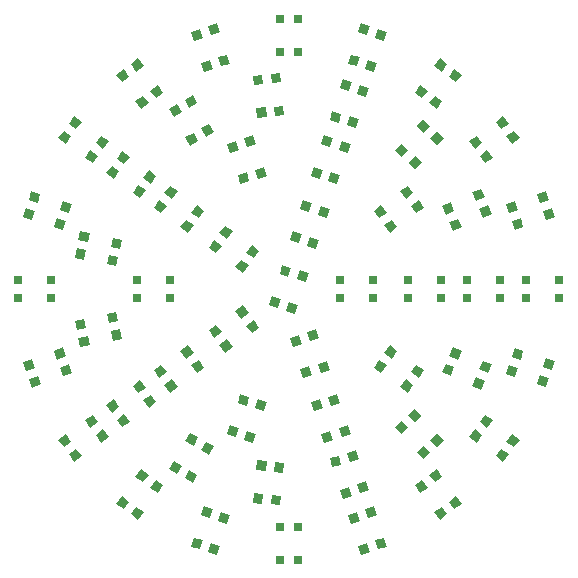
<source format=gts>
G04 (created by PCBNEW (2013-jul-07)-stable) date tis  3 feb 2015 18:16:58*
%MOIN*%
G04 Gerber Fmt 3.4, Leading zero omitted, Abs format*
%FSLAX34Y34*%
G01*
G70*
G90*
G04 APERTURE LIST*
%ADD10C,0.00590551*%
%ADD11R,0.0314961X0.0314961*%
G04 APERTURE END LIST*
G54D10*
G36*
X77124Y-55563D02*
X77027Y-55263D01*
X77326Y-55166D01*
X77424Y-55466D01*
X77124Y-55563D01*
X77124Y-55563D01*
G37*
G36*
X77695Y-55378D02*
X77597Y-55078D01*
X77897Y-54981D01*
X77994Y-55280D01*
X77695Y-55378D01*
X77695Y-55378D01*
G37*
G36*
X77355Y-54331D02*
X77257Y-54032D01*
X77557Y-53934D01*
X77654Y-54234D01*
X77355Y-54331D01*
X77355Y-54331D01*
G37*
G36*
X76784Y-54517D02*
X76687Y-54217D01*
X76986Y-54120D01*
X77084Y-54419D01*
X76784Y-54517D01*
X76784Y-54517D01*
G37*
G36*
X73788Y-56022D02*
X73533Y-55837D01*
X73718Y-55583D01*
X73973Y-55768D01*
X73788Y-56022D01*
X73788Y-56022D01*
G37*
G36*
X74140Y-55537D02*
X73885Y-55352D01*
X74071Y-55097D01*
X74325Y-55282D01*
X74140Y-55537D01*
X74140Y-55537D01*
G37*
G36*
X73250Y-54890D02*
X72996Y-54705D01*
X73181Y-54451D01*
X73435Y-54636D01*
X73250Y-54890D01*
X73250Y-54890D01*
G37*
G36*
X72898Y-55376D02*
X72643Y-55191D01*
X72828Y-54936D01*
X73083Y-55121D01*
X72898Y-55376D01*
X72898Y-55376D01*
G37*
G36*
X72983Y-58298D02*
X72675Y-58233D01*
X72740Y-57925D01*
X73048Y-57990D01*
X72983Y-58298D01*
X72983Y-58298D01*
G37*
G36*
X73107Y-57712D02*
X72799Y-57646D01*
X72865Y-57338D01*
X73173Y-57403D01*
X73107Y-57712D01*
X73107Y-57712D01*
G37*
G36*
X72031Y-57483D02*
X71723Y-57417D01*
X71789Y-57109D01*
X72097Y-57175D01*
X72031Y-57483D01*
X72031Y-57483D01*
G37*
G36*
X71907Y-58070D02*
X71599Y-58004D01*
X71664Y-57696D01*
X71972Y-57762D01*
X71907Y-58070D01*
X71907Y-58070D01*
G37*
G36*
X73173Y-60706D02*
X72865Y-60771D01*
X72799Y-60463D01*
X73107Y-60398D01*
X73173Y-60706D01*
X73173Y-60706D01*
G37*
G36*
X73048Y-60119D02*
X72740Y-60184D01*
X72675Y-59876D01*
X72983Y-59811D01*
X73048Y-60119D01*
X73048Y-60119D01*
G37*
G36*
X71972Y-60348D02*
X71664Y-60413D01*
X71599Y-60105D01*
X71907Y-60040D01*
X71972Y-60348D01*
X71972Y-60348D01*
G37*
G36*
X72097Y-60934D02*
X71789Y-61000D01*
X71723Y-60692D01*
X72031Y-60626D01*
X72097Y-60934D01*
X72097Y-60934D01*
G37*
G36*
X74325Y-62827D02*
X74071Y-63012D01*
X73885Y-62757D01*
X74140Y-62572D01*
X74325Y-62827D01*
X74325Y-62827D01*
G37*
G36*
X73973Y-62342D02*
X73718Y-62527D01*
X73533Y-62272D01*
X73788Y-62087D01*
X73973Y-62342D01*
X73973Y-62342D01*
G37*
G36*
X73083Y-62988D02*
X72828Y-63173D01*
X72643Y-62918D01*
X72898Y-62733D01*
X73083Y-62988D01*
X73083Y-62988D01*
G37*
G36*
X73435Y-63474D02*
X73181Y-63659D01*
X72996Y-63404D01*
X73250Y-63219D01*
X73435Y-63474D01*
X73435Y-63474D01*
G37*
G36*
X76242Y-64296D02*
X76084Y-64569D01*
X75811Y-64412D01*
X75969Y-64139D01*
X76242Y-64296D01*
X76242Y-64296D01*
G37*
G36*
X75722Y-63996D02*
X75564Y-64269D01*
X75292Y-64112D01*
X75449Y-63839D01*
X75722Y-63996D01*
X75722Y-63996D01*
G37*
G36*
X75172Y-64949D02*
X75014Y-65222D01*
X74742Y-65064D01*
X74899Y-64791D01*
X75172Y-64949D01*
X75172Y-64949D01*
G37*
G36*
X75692Y-65249D02*
X75534Y-65522D01*
X75261Y-65364D01*
X75419Y-65091D01*
X75692Y-65249D01*
X75692Y-65249D01*
G37*
G36*
X78589Y-64859D02*
X78557Y-65173D01*
X78243Y-65140D01*
X78276Y-64827D01*
X78589Y-64859D01*
X78589Y-64859D01*
G37*
G36*
X77993Y-64797D02*
X77960Y-65110D01*
X77647Y-65077D01*
X77680Y-64764D01*
X77993Y-64797D01*
X77993Y-64797D01*
G37*
G36*
X77878Y-65891D02*
X77845Y-66204D01*
X77532Y-66171D01*
X77565Y-65858D01*
X77878Y-65891D01*
X77878Y-65891D01*
G37*
G36*
X78474Y-65953D02*
X78442Y-66267D01*
X78128Y-66234D01*
X78161Y-65921D01*
X78474Y-65953D01*
X78474Y-65953D01*
G37*
G36*
X80964Y-64418D02*
X81061Y-64718D01*
X80761Y-64815D01*
X80664Y-64516D01*
X80964Y-64418D01*
X80964Y-64418D01*
G37*
G36*
X80393Y-64604D02*
X80490Y-64903D01*
X80191Y-65001D01*
X80093Y-64701D01*
X80393Y-64604D01*
X80393Y-64604D01*
G37*
G36*
X80733Y-65650D02*
X80830Y-65949D01*
X80531Y-66047D01*
X80433Y-65747D01*
X80733Y-65650D01*
X80733Y-65650D01*
G37*
G36*
X81304Y-65465D02*
X81401Y-65764D01*
X81101Y-65861D01*
X81004Y-65562D01*
X81304Y-65465D01*
X81304Y-65465D01*
G37*
G36*
X82953Y-63050D02*
X83164Y-63284D01*
X82930Y-63495D01*
X82719Y-63261D01*
X82953Y-63050D01*
X82953Y-63050D01*
G37*
G36*
X82507Y-63452D02*
X82718Y-63686D01*
X82484Y-63897D01*
X82273Y-63663D01*
X82507Y-63452D01*
X82507Y-63452D01*
G37*
G36*
X83243Y-64269D02*
X83454Y-64503D01*
X83220Y-64714D01*
X83009Y-64480D01*
X83243Y-64269D01*
X83243Y-64269D01*
G37*
G36*
X83689Y-63868D02*
X83900Y-64102D01*
X83666Y-64313D01*
X83455Y-64079D01*
X83689Y-63868D01*
X83689Y-63868D01*
G37*
G36*
X84214Y-60991D02*
X84502Y-61119D01*
X84374Y-61407D01*
X84086Y-61279D01*
X84214Y-60991D01*
X84214Y-60991D01*
G37*
G36*
X83970Y-61539D02*
X84258Y-61667D01*
X84130Y-61955D01*
X83842Y-61827D01*
X83970Y-61539D01*
X83970Y-61539D01*
G37*
G36*
X84975Y-61987D02*
X85263Y-62115D01*
X85135Y-62402D01*
X84847Y-62274D01*
X84975Y-61987D01*
X84975Y-61987D01*
G37*
G36*
X85219Y-61438D02*
X85507Y-61567D01*
X85379Y-61854D01*
X85091Y-61726D01*
X85219Y-61438D01*
X85219Y-61438D01*
G37*
G54D11*
X82717Y-58755D03*
X82717Y-59355D03*
X83817Y-59355D03*
X83817Y-58755D03*
G54D10*
G36*
X81561Y-56439D02*
X81816Y-56254D01*
X82001Y-56509D01*
X81747Y-56694D01*
X81561Y-56439D01*
X81561Y-56439D01*
G37*
G36*
X81914Y-56924D02*
X82169Y-56739D01*
X82354Y-56994D01*
X82099Y-57179D01*
X81914Y-56924D01*
X81914Y-56924D01*
G37*
G36*
X82804Y-56278D02*
X83059Y-56093D01*
X83244Y-56347D01*
X82989Y-56533D01*
X82804Y-56278D01*
X82804Y-56278D01*
G37*
G36*
X82451Y-55792D02*
X82706Y-55607D01*
X82891Y-55862D01*
X82636Y-56047D01*
X82451Y-55792D01*
X82451Y-55792D01*
G37*
G36*
X79485Y-55280D02*
X79582Y-54981D01*
X79882Y-55078D01*
X79785Y-55378D01*
X79485Y-55280D01*
X79485Y-55280D01*
G37*
G36*
X80056Y-55466D02*
X80153Y-55166D01*
X80453Y-55263D01*
X80355Y-55563D01*
X80056Y-55466D01*
X80056Y-55466D01*
G37*
G36*
X80396Y-54419D02*
X80493Y-54120D01*
X80793Y-54217D01*
X80695Y-54517D01*
X80396Y-54419D01*
X80396Y-54419D01*
G37*
G36*
X79825Y-54234D02*
X79922Y-53934D01*
X80222Y-54032D01*
X80125Y-54331D01*
X79825Y-54234D01*
X79825Y-54234D01*
G37*
G36*
X75449Y-54270D02*
X75292Y-53998D01*
X75564Y-53840D01*
X75722Y-54113D01*
X75449Y-54270D01*
X75449Y-54270D01*
G37*
G36*
X75969Y-53970D02*
X75811Y-53698D01*
X76084Y-53540D01*
X76242Y-53813D01*
X75969Y-53970D01*
X75969Y-53970D01*
G37*
G36*
X75419Y-53018D02*
X75261Y-52745D01*
X75534Y-52588D01*
X75692Y-52860D01*
X75419Y-53018D01*
X75419Y-53018D01*
G37*
G36*
X74899Y-53318D02*
X74742Y-53045D01*
X75014Y-52888D01*
X75172Y-53160D01*
X74899Y-53318D01*
X74899Y-53318D01*
G37*
G36*
X75380Y-57179D02*
X75125Y-56994D01*
X75310Y-56739D01*
X75565Y-56924D01*
X75380Y-57179D01*
X75380Y-57179D01*
G37*
G36*
X75733Y-56694D02*
X75478Y-56509D01*
X75663Y-56254D01*
X75918Y-56439D01*
X75733Y-56694D01*
X75733Y-56694D01*
G37*
G36*
X74843Y-56047D02*
X74588Y-55862D01*
X74773Y-55607D01*
X75028Y-55792D01*
X74843Y-56047D01*
X74843Y-56047D01*
G37*
G36*
X74490Y-56533D02*
X74235Y-56347D01*
X74421Y-56093D01*
X74675Y-56278D01*
X74490Y-56533D01*
X74490Y-56533D01*
G37*
G54D11*
X74762Y-59355D03*
X74762Y-58755D03*
X73662Y-58755D03*
X73662Y-59355D03*
G54D10*
G36*
X75918Y-61670D02*
X75663Y-61855D01*
X75478Y-61601D01*
X75733Y-61415D01*
X75918Y-61670D01*
X75918Y-61670D01*
G37*
G36*
X75565Y-61185D02*
X75310Y-61370D01*
X75125Y-61115D01*
X75380Y-60930D01*
X75565Y-61185D01*
X75565Y-61185D01*
G37*
G36*
X74675Y-61831D02*
X74421Y-62017D01*
X74235Y-61762D01*
X74490Y-61577D01*
X74675Y-61831D01*
X74675Y-61831D01*
G37*
G36*
X75028Y-62317D02*
X74773Y-62502D01*
X74588Y-62247D01*
X74843Y-62062D01*
X75028Y-62317D01*
X75028Y-62317D01*
G37*
G36*
X77994Y-62829D02*
X77897Y-63129D01*
X77597Y-63031D01*
X77695Y-62732D01*
X77994Y-62829D01*
X77994Y-62829D01*
G37*
G36*
X77424Y-62644D02*
X77326Y-62943D01*
X77027Y-62846D01*
X77124Y-62546D01*
X77424Y-62644D01*
X77424Y-62644D01*
G37*
G36*
X77084Y-63690D02*
X76986Y-63989D01*
X76687Y-63892D01*
X76784Y-63592D01*
X77084Y-63690D01*
X77084Y-63690D01*
G37*
G36*
X77654Y-63875D02*
X77557Y-64175D01*
X77257Y-64077D01*
X77355Y-63778D01*
X77654Y-63875D01*
X77654Y-63875D01*
G37*
G36*
X80355Y-62546D02*
X80453Y-62846D01*
X80153Y-62943D01*
X80056Y-62644D01*
X80355Y-62546D01*
X80355Y-62546D01*
G37*
G36*
X79785Y-62732D02*
X79882Y-63031D01*
X79582Y-63129D01*
X79485Y-62829D01*
X79785Y-62732D01*
X79785Y-62732D01*
G37*
G36*
X80125Y-63778D02*
X80222Y-64077D01*
X79922Y-64175D01*
X79825Y-63875D01*
X80125Y-63778D01*
X80125Y-63778D01*
G37*
G36*
X80695Y-63592D02*
X80793Y-63892D01*
X80493Y-63989D01*
X80396Y-63690D01*
X80695Y-63592D01*
X80695Y-63592D01*
G37*
G36*
X82099Y-60930D02*
X82354Y-61115D01*
X82169Y-61370D01*
X81914Y-61185D01*
X82099Y-60930D01*
X82099Y-60930D01*
G37*
G36*
X81747Y-61415D02*
X82001Y-61601D01*
X81816Y-61855D01*
X81561Y-61670D01*
X81747Y-61415D01*
X81747Y-61415D01*
G37*
G36*
X82636Y-62062D02*
X82891Y-62247D01*
X82706Y-62502D01*
X82451Y-62317D01*
X82636Y-62062D01*
X82636Y-62062D01*
G37*
G36*
X82989Y-61577D02*
X83244Y-61762D01*
X83059Y-62017D01*
X82804Y-61831D01*
X82989Y-61577D01*
X82989Y-61577D01*
G37*
G54D11*
X80453Y-58755D03*
X80453Y-59355D03*
X81553Y-59355D03*
X81553Y-58755D03*
G54D10*
G36*
X78786Y-57433D02*
X78883Y-57133D01*
X79182Y-57231D01*
X79085Y-57530D01*
X78786Y-57433D01*
X78786Y-57433D01*
G37*
G36*
X79356Y-57618D02*
X79454Y-57319D01*
X79753Y-57416D01*
X79656Y-57716D01*
X79356Y-57618D01*
X79356Y-57618D01*
G37*
G36*
X79696Y-56572D02*
X79793Y-56273D01*
X80093Y-56370D01*
X79996Y-56670D01*
X79696Y-56572D01*
X79696Y-56572D01*
G37*
G36*
X79125Y-56387D02*
X79223Y-56087D01*
X79522Y-56185D01*
X79425Y-56484D01*
X79125Y-56387D01*
X79125Y-56387D01*
G37*
G36*
X77212Y-58510D02*
X76957Y-58325D01*
X77142Y-58070D01*
X77397Y-58255D01*
X77212Y-58510D01*
X77212Y-58510D01*
G37*
G36*
X77564Y-58024D02*
X77309Y-57839D01*
X77495Y-57585D01*
X77749Y-57770D01*
X77564Y-58024D01*
X77564Y-58024D01*
G37*
G36*
X76674Y-57378D02*
X76420Y-57193D01*
X76605Y-56938D01*
X76860Y-57123D01*
X76674Y-57378D01*
X76674Y-57378D01*
G37*
G36*
X76322Y-57863D02*
X76067Y-57678D01*
X76252Y-57423D01*
X76507Y-57608D01*
X76322Y-57863D01*
X76322Y-57863D01*
G37*
G36*
X77749Y-60340D02*
X77495Y-60525D01*
X77309Y-60270D01*
X77564Y-60085D01*
X77749Y-60340D01*
X77749Y-60340D01*
G37*
G36*
X77397Y-59854D02*
X77142Y-60039D01*
X76957Y-59785D01*
X77212Y-59599D01*
X77397Y-59854D01*
X77397Y-59854D01*
G37*
G36*
X76507Y-60501D02*
X76252Y-60686D01*
X76067Y-60431D01*
X76322Y-60246D01*
X76507Y-60501D01*
X76507Y-60501D01*
G37*
G36*
X76860Y-60986D02*
X76605Y-61171D01*
X76420Y-60916D01*
X76674Y-60731D01*
X76860Y-60986D01*
X76860Y-60986D01*
G37*
G36*
X79656Y-60394D02*
X79753Y-60693D01*
X79454Y-60790D01*
X79356Y-60491D01*
X79656Y-60394D01*
X79656Y-60394D01*
G37*
G36*
X79085Y-60579D02*
X79182Y-60879D01*
X78883Y-60976D01*
X78786Y-60676D01*
X79085Y-60579D01*
X79085Y-60579D01*
G37*
G36*
X79425Y-61625D02*
X79522Y-61925D01*
X79223Y-62022D01*
X79125Y-61722D01*
X79425Y-61625D01*
X79425Y-61625D01*
G37*
G36*
X79996Y-61440D02*
X80093Y-61739D01*
X79793Y-61837D01*
X79696Y-61537D01*
X79996Y-61440D01*
X79996Y-61440D01*
G37*
G36*
X78086Y-59586D02*
X78183Y-59287D01*
X78483Y-59384D01*
X78385Y-59683D01*
X78086Y-59586D01*
X78086Y-59586D01*
G37*
G36*
X78657Y-59772D02*
X78754Y-59472D01*
X79053Y-59569D01*
X78956Y-59869D01*
X78657Y-59772D01*
X78657Y-59772D01*
G37*
G36*
X78996Y-58725D02*
X79094Y-58426D01*
X79393Y-58523D01*
X79296Y-58823D01*
X78996Y-58725D01*
X78996Y-58725D01*
G37*
G36*
X78426Y-58540D02*
X78523Y-58240D01*
X78823Y-58338D01*
X78725Y-58637D01*
X78426Y-58540D01*
X78426Y-58540D01*
G37*
G36*
X74550Y-65599D02*
X74365Y-65854D01*
X74110Y-65669D01*
X74296Y-65414D01*
X74550Y-65599D01*
X74550Y-65599D01*
G37*
G36*
X74065Y-65247D02*
X73880Y-65501D01*
X73625Y-65316D01*
X73810Y-65061D01*
X74065Y-65247D01*
X74065Y-65247D01*
G37*
G36*
X73418Y-66136D02*
X73233Y-66391D01*
X72979Y-66206D01*
X73164Y-65951D01*
X73418Y-66136D01*
X73418Y-66136D01*
G37*
G36*
X73904Y-66489D02*
X73719Y-66744D01*
X73464Y-66559D01*
X73649Y-66304D01*
X73904Y-66489D01*
X73904Y-66489D01*
G37*
G36*
X85976Y-56222D02*
X86275Y-56125D01*
X86373Y-56425D01*
X86073Y-56522D01*
X85976Y-56222D01*
X85976Y-56222D01*
G37*
G36*
X86161Y-56793D02*
X86461Y-56696D01*
X86558Y-56995D01*
X86259Y-57093D01*
X86161Y-56793D01*
X86161Y-56793D01*
G37*
G36*
X87207Y-56453D02*
X87507Y-56356D01*
X87604Y-56655D01*
X87305Y-56753D01*
X87207Y-56453D01*
X87207Y-56453D01*
G37*
G36*
X87022Y-55882D02*
X87322Y-55785D01*
X87419Y-56085D01*
X87119Y-56182D01*
X87022Y-55882D01*
X87022Y-55882D01*
G37*
G36*
X84746Y-54125D02*
X85001Y-53940D01*
X85186Y-54195D01*
X84932Y-54380D01*
X84746Y-54125D01*
X84746Y-54125D01*
G37*
G36*
X85099Y-54611D02*
X85354Y-54425D01*
X85539Y-54680D01*
X85284Y-54865D01*
X85099Y-54611D01*
X85099Y-54611D01*
G37*
G36*
X85989Y-53964D02*
X86244Y-53779D01*
X86429Y-54034D01*
X86174Y-54219D01*
X85989Y-53964D01*
X85989Y-53964D01*
G37*
G36*
X85636Y-53479D02*
X85891Y-53293D01*
X86076Y-53548D01*
X85821Y-53733D01*
X85636Y-53479D01*
X85636Y-53479D01*
G37*
G36*
X82929Y-52510D02*
X83114Y-52255D01*
X83369Y-52440D01*
X83184Y-52695D01*
X82929Y-52510D01*
X82929Y-52510D01*
G37*
G36*
X83414Y-52863D02*
X83599Y-52608D01*
X83854Y-52793D01*
X83669Y-53048D01*
X83414Y-52863D01*
X83414Y-52863D01*
G37*
G36*
X84061Y-51973D02*
X84246Y-51718D01*
X84501Y-51903D01*
X84316Y-52158D01*
X84061Y-51973D01*
X84061Y-51973D01*
G37*
G36*
X83575Y-51620D02*
X83761Y-51365D01*
X84015Y-51550D01*
X83830Y-51805D01*
X83575Y-51620D01*
X83575Y-51620D01*
G37*
G36*
X80702Y-51536D02*
X80799Y-51236D01*
X81099Y-51333D01*
X81001Y-51633D01*
X80702Y-51536D01*
X80702Y-51536D01*
G37*
G36*
X81272Y-51721D02*
X81370Y-51422D01*
X81669Y-51519D01*
X81572Y-51818D01*
X81272Y-51721D01*
X81272Y-51721D01*
G37*
G36*
X81612Y-50675D02*
X81710Y-50375D01*
X82009Y-50473D01*
X81912Y-50772D01*
X81612Y-50675D01*
X81612Y-50675D01*
G37*
G36*
X81042Y-50490D02*
X81139Y-50190D01*
X81438Y-50287D01*
X81341Y-50587D01*
X81042Y-50490D01*
X81042Y-50490D01*
G37*
G54D11*
X78440Y-51140D03*
X79040Y-51140D03*
X79040Y-50040D03*
X78440Y-50040D03*
G54D10*
G36*
X75907Y-51818D02*
X75810Y-51519D01*
X76110Y-51422D01*
X76207Y-51721D01*
X75907Y-51818D01*
X75907Y-51818D01*
G37*
G36*
X76478Y-51633D02*
X76381Y-51333D01*
X76680Y-51236D01*
X76778Y-51536D01*
X76478Y-51633D01*
X76478Y-51633D01*
G37*
G36*
X76138Y-50587D02*
X76041Y-50287D01*
X76340Y-50190D01*
X76438Y-50490D01*
X76138Y-50587D01*
X76138Y-50587D01*
G37*
G36*
X75568Y-50772D02*
X75470Y-50473D01*
X75770Y-50375D01*
X75867Y-50675D01*
X75568Y-50772D01*
X75568Y-50772D01*
G37*
G36*
X73810Y-53048D02*
X73625Y-52793D01*
X73880Y-52608D01*
X74065Y-52863D01*
X73810Y-53048D01*
X73810Y-53048D01*
G37*
G36*
X74296Y-52695D02*
X74110Y-52440D01*
X74365Y-52255D01*
X74550Y-52510D01*
X74296Y-52695D01*
X74296Y-52695D01*
G37*
G36*
X73649Y-51805D02*
X73464Y-51550D01*
X73719Y-51365D01*
X73904Y-51620D01*
X73649Y-51805D01*
X73649Y-51805D01*
G37*
G36*
X73164Y-52158D02*
X72979Y-51903D01*
X73233Y-51718D01*
X73418Y-51973D01*
X73164Y-52158D01*
X73164Y-52158D01*
G37*
G36*
X72195Y-54865D02*
X71940Y-54680D01*
X72125Y-54425D01*
X72380Y-54611D01*
X72195Y-54865D01*
X72195Y-54865D01*
G37*
G36*
X72548Y-54380D02*
X72293Y-54195D01*
X72478Y-53940D01*
X72733Y-54125D01*
X72548Y-54380D01*
X72548Y-54380D01*
G37*
G36*
X71658Y-53733D02*
X71403Y-53548D01*
X71588Y-53293D01*
X71843Y-53479D01*
X71658Y-53733D01*
X71658Y-53733D01*
G37*
G36*
X71305Y-54219D02*
X71050Y-54034D01*
X71235Y-53779D01*
X71490Y-53964D01*
X71305Y-54219D01*
X71305Y-54219D01*
G37*
G36*
X71221Y-57093D02*
X70921Y-56995D01*
X71019Y-56696D01*
X71318Y-56793D01*
X71221Y-57093D01*
X71221Y-57093D01*
G37*
G36*
X71406Y-56522D02*
X71107Y-56425D01*
X71204Y-56125D01*
X71503Y-56222D01*
X71406Y-56522D01*
X71406Y-56522D01*
G37*
G36*
X70360Y-56182D02*
X70060Y-56085D01*
X70158Y-55785D01*
X70457Y-55882D01*
X70360Y-56182D01*
X70360Y-56182D01*
G37*
G36*
X70175Y-56753D02*
X69875Y-56655D01*
X69972Y-56356D01*
X70272Y-56453D01*
X70175Y-56753D01*
X70175Y-56753D01*
G37*
G54D11*
X70825Y-59355D03*
X70825Y-58755D03*
X69725Y-58755D03*
X69725Y-59355D03*
G54D10*
G36*
X71510Y-61861D02*
X71214Y-61968D01*
X71107Y-61671D01*
X71403Y-61565D01*
X71510Y-61861D01*
X71510Y-61861D01*
G37*
G36*
X71307Y-61297D02*
X71010Y-61403D01*
X70904Y-61107D01*
X71200Y-61000D01*
X71307Y-61297D01*
X71307Y-61297D01*
G37*
G36*
X70272Y-61669D02*
X69975Y-61776D01*
X69869Y-61480D01*
X70165Y-61373D01*
X70272Y-61669D01*
X70272Y-61669D01*
G37*
G36*
X70475Y-62234D02*
X70179Y-62340D01*
X70072Y-62044D01*
X70368Y-61937D01*
X70475Y-62234D01*
X70475Y-62234D01*
G37*
G36*
X72733Y-63984D02*
X72478Y-64169D01*
X72293Y-63914D01*
X72548Y-63729D01*
X72733Y-63984D01*
X72733Y-63984D01*
G37*
G36*
X72380Y-63499D02*
X72125Y-63684D01*
X71940Y-63429D01*
X72195Y-63244D01*
X72380Y-63499D01*
X72380Y-63499D01*
G37*
G36*
X71490Y-64145D02*
X71235Y-64330D01*
X71050Y-64076D01*
X71305Y-63890D01*
X71490Y-64145D01*
X71490Y-64145D01*
G37*
G36*
X71843Y-64631D02*
X71588Y-64816D01*
X71403Y-64561D01*
X71658Y-64376D01*
X71843Y-64631D01*
X71843Y-64631D01*
G37*
G54D11*
X86654Y-58755D03*
X86654Y-59355D03*
X87754Y-59355D03*
X87754Y-58755D03*
G54D10*
G36*
X76778Y-66574D02*
X76680Y-66873D01*
X76381Y-66776D01*
X76478Y-66476D01*
X76778Y-66574D01*
X76778Y-66574D01*
G37*
G36*
X76207Y-66388D02*
X76110Y-66688D01*
X75810Y-66590D01*
X75907Y-66291D01*
X76207Y-66388D01*
X76207Y-66388D01*
G37*
G36*
X75867Y-67434D02*
X75770Y-67734D01*
X75470Y-67636D01*
X75568Y-67337D01*
X75867Y-67434D01*
X75867Y-67434D01*
G37*
G36*
X76438Y-67620D02*
X76340Y-67919D01*
X76041Y-67822D01*
X76138Y-67522D01*
X76438Y-67620D01*
X76438Y-67620D01*
G37*
G54D11*
X79040Y-66969D03*
X78440Y-66969D03*
X78440Y-68069D03*
X79040Y-68069D03*
G54D10*
G36*
X81572Y-66291D02*
X81669Y-66590D01*
X81370Y-66688D01*
X81272Y-66388D01*
X81572Y-66291D01*
X81572Y-66291D01*
G37*
G36*
X81001Y-66476D02*
X81099Y-66776D01*
X80799Y-66873D01*
X80702Y-66574D01*
X81001Y-66476D01*
X81001Y-66476D01*
G37*
G36*
X81341Y-67522D02*
X81438Y-67822D01*
X81139Y-67919D01*
X81042Y-67620D01*
X81341Y-67522D01*
X81341Y-67522D01*
G37*
G36*
X81912Y-67337D02*
X82009Y-67636D01*
X81710Y-67734D01*
X81612Y-67434D01*
X81912Y-67337D01*
X81912Y-67337D01*
G37*
G36*
X83669Y-65061D02*
X83854Y-65316D01*
X83599Y-65501D01*
X83414Y-65247D01*
X83669Y-65061D01*
X83669Y-65061D01*
G37*
G36*
X83184Y-65414D02*
X83369Y-65669D01*
X83114Y-65854D01*
X82929Y-65599D01*
X83184Y-65414D01*
X83184Y-65414D01*
G37*
G36*
X83830Y-66304D02*
X84015Y-66559D01*
X83761Y-66744D01*
X83575Y-66489D01*
X83830Y-66304D01*
X83830Y-66304D01*
G37*
G36*
X84316Y-65951D02*
X84501Y-66206D01*
X84246Y-66391D01*
X84061Y-66136D01*
X84316Y-65951D01*
X84316Y-65951D01*
G37*
G36*
X85284Y-63244D02*
X85539Y-63429D01*
X85354Y-63684D01*
X85099Y-63499D01*
X85284Y-63244D01*
X85284Y-63244D01*
G37*
G36*
X84932Y-63729D02*
X85186Y-63914D01*
X85001Y-64169D01*
X84746Y-63984D01*
X84932Y-63729D01*
X84932Y-63729D01*
G37*
G36*
X85821Y-64376D02*
X86076Y-64561D01*
X85891Y-64816D01*
X85636Y-64631D01*
X85821Y-64376D01*
X85821Y-64376D01*
G37*
G36*
X86174Y-63890D02*
X86429Y-64076D01*
X86244Y-64330D01*
X85989Y-64145D01*
X86174Y-63890D01*
X86174Y-63890D01*
G37*
G36*
X86259Y-61017D02*
X86558Y-61114D01*
X86461Y-61414D01*
X86161Y-61316D01*
X86259Y-61017D01*
X86259Y-61017D01*
G37*
G36*
X86073Y-61587D02*
X86373Y-61685D01*
X86275Y-61984D01*
X85976Y-61887D01*
X86073Y-61587D01*
X86073Y-61587D01*
G37*
G36*
X87119Y-61927D02*
X87419Y-62025D01*
X87322Y-62324D01*
X87022Y-62227D01*
X87119Y-61927D01*
X87119Y-61927D01*
G37*
G36*
X87305Y-61357D02*
X87604Y-61454D01*
X87507Y-61753D01*
X87207Y-61656D01*
X87305Y-61357D01*
X87305Y-61357D01*
G37*
G54D11*
X84686Y-58755D03*
X84686Y-59355D03*
X85786Y-59355D03*
X85786Y-58755D03*
G54D10*
G36*
X83842Y-56282D02*
X84130Y-56154D01*
X84258Y-56442D01*
X83970Y-56570D01*
X83842Y-56282D01*
X83842Y-56282D01*
G37*
G36*
X84086Y-56830D02*
X84374Y-56702D01*
X84502Y-56990D01*
X84214Y-57118D01*
X84086Y-56830D01*
X84086Y-56830D01*
G37*
G36*
X85091Y-56383D02*
X85379Y-56255D01*
X85507Y-56543D01*
X85219Y-56671D01*
X85091Y-56383D01*
X85091Y-56383D01*
G37*
G36*
X84847Y-55835D02*
X85135Y-55707D01*
X85263Y-55995D01*
X84975Y-56123D01*
X84847Y-55835D01*
X84847Y-55835D01*
G37*
G36*
X82273Y-54447D02*
X82484Y-54213D01*
X82718Y-54423D01*
X82507Y-54657D01*
X82273Y-54447D01*
X82273Y-54447D01*
G37*
G36*
X82719Y-54848D02*
X82930Y-54614D01*
X83164Y-54825D01*
X82953Y-55059D01*
X82719Y-54848D01*
X82719Y-54848D01*
G37*
G36*
X83455Y-54031D02*
X83666Y-53797D01*
X83900Y-54007D01*
X83689Y-54241D01*
X83455Y-54031D01*
X83455Y-54031D01*
G37*
G36*
X83009Y-53629D02*
X83220Y-53395D01*
X83454Y-53606D01*
X83243Y-53840D01*
X83009Y-53629D01*
X83009Y-53629D01*
G37*
G36*
X80093Y-53408D02*
X80191Y-53109D01*
X80490Y-53206D01*
X80393Y-53505D01*
X80093Y-53408D01*
X80093Y-53408D01*
G37*
G36*
X80664Y-53594D02*
X80761Y-53294D01*
X81061Y-53391D01*
X80964Y-53691D01*
X80664Y-53594D01*
X80664Y-53594D01*
G37*
G36*
X81004Y-52547D02*
X81101Y-52248D01*
X81401Y-52345D01*
X81304Y-52645D01*
X81004Y-52547D01*
X81004Y-52547D01*
G37*
G36*
X80433Y-52362D02*
X80531Y-52062D01*
X80830Y-52160D01*
X80733Y-52459D01*
X80433Y-52362D01*
X80433Y-52362D01*
G37*
G36*
X77680Y-53345D02*
X77647Y-53032D01*
X77960Y-52999D01*
X77993Y-53312D01*
X77680Y-53345D01*
X77680Y-53345D01*
G37*
G36*
X78276Y-53283D02*
X78243Y-52969D01*
X78557Y-52937D01*
X78589Y-53250D01*
X78276Y-53283D01*
X78276Y-53283D01*
G37*
G36*
X78161Y-52189D02*
X78128Y-51875D01*
X78442Y-51843D01*
X78474Y-52156D01*
X78161Y-52189D01*
X78161Y-52189D01*
G37*
G36*
X77565Y-52251D02*
X77532Y-51938D01*
X77845Y-51905D01*
X77878Y-52219D01*
X77565Y-52251D01*
X77565Y-52251D01*
G37*
M02*

</source>
